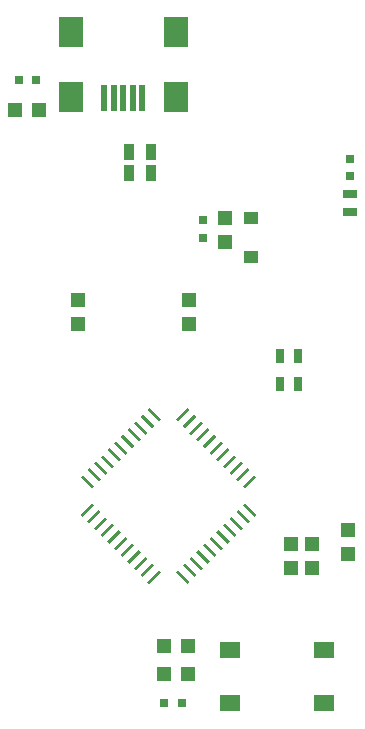
<source format=gtp>
G04 (created by PCBNEW (2013-07-07 BZR 4022)-stable) date 12/3/2013 2:23:43 AM*
%MOIN*%
G04 Gerber Fmt 3.4, Leading zero omitted, Abs format*
%FSLAX34Y34*%
G01*
G70*
G90*
G04 APERTURE LIST*
%ADD10C,0.00590551*%
%ADD11R,0.0787X0.0984*%
%ADD12R,0.0197X0.0906*%
%ADD13R,0.045X0.045*%
%ADD14R,0.0314X0.0314*%
%ADD15R,0.0669X0.0551*%
%ADD16R,0.05X0.04*%
%ADD17R,0.035X0.055*%
%ADD18R,0.025X0.045*%
%ADD19R,0.045X0.025*%
G04 APERTURE END LIST*
G54D10*
G54D11*
X13894Y-10386D03*
X17398Y-10386D03*
X17398Y-12551D03*
X13894Y-12551D03*
G54D12*
X16276Y-12591D03*
X15961Y-12591D03*
X15646Y-12591D03*
X15331Y-12591D03*
X15016Y-12591D03*
G54D10*
G36*
X15714Y-24485D02*
X15332Y-24103D01*
X15403Y-24032D01*
X15785Y-24414D01*
X15714Y-24485D01*
X15714Y-24485D01*
G37*
G36*
X15491Y-24708D02*
X15109Y-24326D01*
X15180Y-24255D01*
X15562Y-24637D01*
X15491Y-24708D01*
X15491Y-24708D01*
G37*
G36*
X15269Y-24930D02*
X14887Y-24548D01*
X14957Y-24478D01*
X15339Y-24860D01*
X15269Y-24930D01*
X15269Y-24930D01*
G37*
G36*
X15046Y-25153D02*
X14664Y-24771D01*
X14735Y-24700D01*
X15117Y-25082D01*
X15046Y-25153D01*
X15046Y-25153D01*
G37*
G36*
X14823Y-25376D02*
X14441Y-24994D01*
X14512Y-24923D01*
X14894Y-25305D01*
X14823Y-25376D01*
X14823Y-25376D01*
G37*
G36*
X14600Y-25598D02*
X14219Y-25217D01*
X14289Y-25146D01*
X14671Y-25528D01*
X14600Y-25598D01*
X14600Y-25598D01*
G37*
G36*
X15937Y-24262D02*
X15555Y-23880D01*
X15626Y-23809D01*
X16008Y-24191D01*
X15937Y-24262D01*
X15937Y-24262D01*
G37*
G36*
X16160Y-24039D02*
X15778Y-23657D01*
X15848Y-23587D01*
X16230Y-23969D01*
X16160Y-24039D01*
X16160Y-24039D01*
G37*
G36*
X16382Y-23817D02*
X16000Y-23435D01*
X16071Y-23364D01*
X16453Y-23746D01*
X16382Y-23817D01*
X16382Y-23817D01*
G37*
G36*
X16605Y-23594D02*
X16223Y-23212D01*
X16294Y-23141D01*
X16676Y-23523D01*
X16605Y-23594D01*
X16605Y-23594D01*
G37*
G36*
X16828Y-23371D02*
X16446Y-22989D01*
X16517Y-22919D01*
X16898Y-23300D01*
X16828Y-23371D01*
X16828Y-23371D01*
G37*
G36*
X18896Y-27667D02*
X18514Y-27285D01*
X18585Y-27214D01*
X18967Y-27596D01*
X18896Y-27667D01*
X18896Y-27667D01*
G37*
G36*
X18673Y-27890D02*
X18291Y-27508D01*
X18362Y-27437D01*
X18744Y-27819D01*
X18673Y-27890D01*
X18673Y-27890D01*
G37*
G36*
X18451Y-28112D02*
X18069Y-27730D01*
X18139Y-27660D01*
X18521Y-28042D01*
X18451Y-28112D01*
X18451Y-28112D01*
G37*
G36*
X18228Y-28335D02*
X17846Y-27953D01*
X17917Y-27882D01*
X18299Y-28264D01*
X18228Y-28335D01*
X18228Y-28335D01*
G37*
G36*
X18005Y-28558D02*
X17623Y-28176D01*
X17694Y-28105D01*
X18076Y-28487D01*
X18005Y-28558D01*
X18005Y-28558D01*
G37*
G36*
X17782Y-28780D02*
X17401Y-28399D01*
X17471Y-28328D01*
X17853Y-28710D01*
X17782Y-28780D01*
X17782Y-28780D01*
G37*
G36*
X19119Y-27444D02*
X18737Y-27062D01*
X18808Y-26991D01*
X19190Y-27373D01*
X19119Y-27444D01*
X19119Y-27444D01*
G37*
G36*
X19342Y-27221D02*
X18960Y-26839D01*
X19030Y-26769D01*
X19412Y-27151D01*
X19342Y-27221D01*
X19342Y-27221D01*
G37*
G36*
X19564Y-26999D02*
X19182Y-26617D01*
X19253Y-26546D01*
X19635Y-26928D01*
X19564Y-26999D01*
X19564Y-26999D01*
G37*
G36*
X19787Y-26776D02*
X19405Y-26394D01*
X19476Y-26323D01*
X19858Y-26705D01*
X19787Y-26776D01*
X19787Y-26776D01*
G37*
G36*
X20010Y-26553D02*
X19628Y-26171D01*
X19699Y-26101D01*
X20080Y-26482D01*
X20010Y-26553D01*
X20010Y-26553D01*
G37*
G36*
X15403Y-27667D02*
X15332Y-27596D01*
X15714Y-27214D01*
X15785Y-27285D01*
X15403Y-27667D01*
X15403Y-27667D01*
G37*
G36*
X18585Y-24485D02*
X18514Y-24414D01*
X18896Y-24032D01*
X18967Y-24103D01*
X18585Y-24485D01*
X18585Y-24485D01*
G37*
G36*
X15626Y-27890D02*
X15555Y-27819D01*
X15937Y-27437D01*
X16008Y-27508D01*
X15626Y-27890D01*
X15626Y-27890D01*
G37*
G36*
X18808Y-24708D02*
X18737Y-24637D01*
X19119Y-24255D01*
X19190Y-24326D01*
X18808Y-24708D01*
X18808Y-24708D01*
G37*
G36*
X19030Y-24930D02*
X18960Y-24860D01*
X19342Y-24478D01*
X19412Y-24548D01*
X19030Y-24930D01*
X19030Y-24930D01*
G37*
G36*
X15848Y-28112D02*
X15778Y-28042D01*
X16160Y-27660D01*
X16230Y-27730D01*
X15848Y-28112D01*
X15848Y-28112D01*
G37*
G36*
X16071Y-28335D02*
X16000Y-28264D01*
X16382Y-27882D01*
X16453Y-27953D01*
X16071Y-28335D01*
X16071Y-28335D01*
G37*
G36*
X19253Y-25153D02*
X19182Y-25082D01*
X19564Y-24700D01*
X19635Y-24771D01*
X19253Y-25153D01*
X19253Y-25153D01*
G37*
G36*
X19476Y-25376D02*
X19405Y-25305D01*
X19787Y-24923D01*
X19858Y-24994D01*
X19476Y-25376D01*
X19476Y-25376D01*
G37*
G36*
X16294Y-28558D02*
X16223Y-28487D01*
X16605Y-28105D01*
X16676Y-28176D01*
X16294Y-28558D01*
X16294Y-28558D01*
G37*
G36*
X16517Y-28780D02*
X16446Y-28710D01*
X16828Y-28328D01*
X16898Y-28399D01*
X16517Y-28780D01*
X16517Y-28780D01*
G37*
G36*
X19699Y-25598D02*
X19628Y-25528D01*
X20010Y-25146D01*
X20080Y-25217D01*
X19699Y-25598D01*
X19699Y-25598D01*
G37*
G36*
X18362Y-24262D02*
X18291Y-24191D01*
X18673Y-23809D01*
X18744Y-23880D01*
X18362Y-24262D01*
X18362Y-24262D01*
G37*
G36*
X15180Y-27444D02*
X15109Y-27373D01*
X15491Y-26991D01*
X15562Y-27062D01*
X15180Y-27444D01*
X15180Y-27444D01*
G37*
G36*
X14957Y-27221D02*
X14887Y-27151D01*
X15269Y-26769D01*
X15339Y-26839D01*
X14957Y-27221D01*
X14957Y-27221D01*
G37*
G36*
X18139Y-24039D02*
X18069Y-23969D01*
X18451Y-23587D01*
X18521Y-23657D01*
X18139Y-24039D01*
X18139Y-24039D01*
G37*
G36*
X17917Y-23817D02*
X17846Y-23746D01*
X18228Y-23364D01*
X18299Y-23435D01*
X17917Y-23817D01*
X17917Y-23817D01*
G37*
G36*
X14735Y-26999D02*
X14664Y-26928D01*
X15046Y-26546D01*
X15117Y-26617D01*
X14735Y-26999D01*
X14735Y-26999D01*
G37*
G36*
X14512Y-26776D02*
X14441Y-26705D01*
X14823Y-26323D01*
X14894Y-26394D01*
X14512Y-26776D01*
X14512Y-26776D01*
G37*
G36*
X17694Y-23594D02*
X17623Y-23523D01*
X18005Y-23141D01*
X18076Y-23212D01*
X17694Y-23594D01*
X17694Y-23594D01*
G37*
G36*
X17471Y-23371D02*
X17401Y-23300D01*
X17782Y-22919D01*
X17853Y-22989D01*
X17471Y-23371D01*
X17471Y-23371D01*
G37*
G36*
X14289Y-26553D02*
X14219Y-26482D01*
X14600Y-26101D01*
X14671Y-26171D01*
X14289Y-26553D01*
X14289Y-26553D01*
G37*
G54D13*
X23150Y-27800D03*
X23150Y-27000D03*
X21950Y-28250D03*
X21950Y-27450D03*
X21250Y-28250D03*
X21250Y-27450D03*
X14150Y-20130D03*
X14150Y-19330D03*
X17820Y-20130D03*
X17820Y-19330D03*
X17800Y-31800D03*
X17000Y-31800D03*
X17000Y-30850D03*
X17800Y-30850D03*
X12050Y-13000D03*
X12850Y-13000D03*
G54D14*
X12155Y-12000D03*
X12745Y-12000D03*
X23190Y-15205D03*
X23190Y-14615D03*
G54D15*
X19200Y-31000D03*
X22330Y-31000D03*
X19200Y-32772D03*
X22330Y-32772D03*
G54D16*
X19900Y-16605D03*
X19900Y-17895D03*
G54D13*
X19050Y-16600D03*
X19050Y-17400D03*
G54D14*
X18300Y-16655D03*
X18300Y-17245D03*
G54D17*
X15825Y-15100D03*
X16575Y-15100D03*
X15825Y-14400D03*
X16575Y-14400D03*
G54D18*
X20880Y-22120D03*
X21480Y-22120D03*
X20880Y-21200D03*
X21480Y-21200D03*
G54D19*
X23200Y-16400D03*
X23200Y-15800D03*
G54D14*
X17005Y-32760D03*
X17595Y-32760D03*
M02*

</source>
